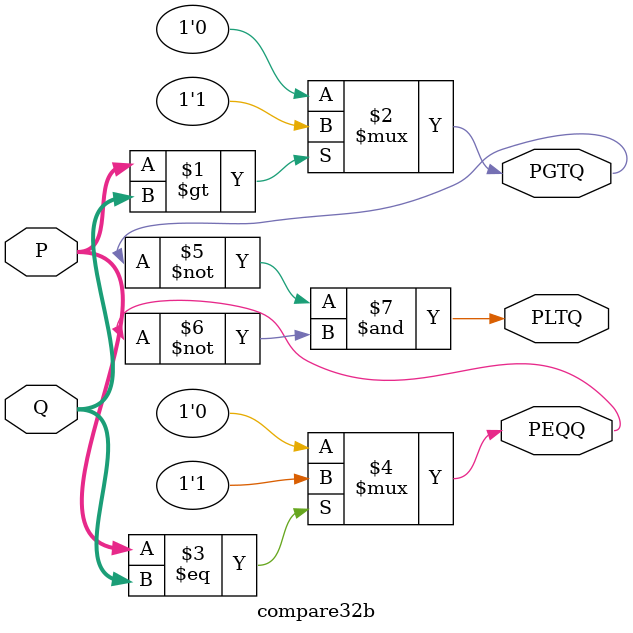
<source format=v>
`timescale 1ns / 1ps


module compare32b(
    output PGTQ, PEQQ, PLTQ,//PGTQ´óÓÚ£¬PEEQ£¬µÈÓÚ£¬PLTQÐ¡ÓÚ
    input [31:0] P,Q
    );
    assign PGTQ = ((P>Q)?1'b1:1'b0);
    assign PEQQ = ((P==Q)?1'b1:1'b0);
    assign PLTQ = ~PGTQ&~PEQQ;
endmodule
</source>
